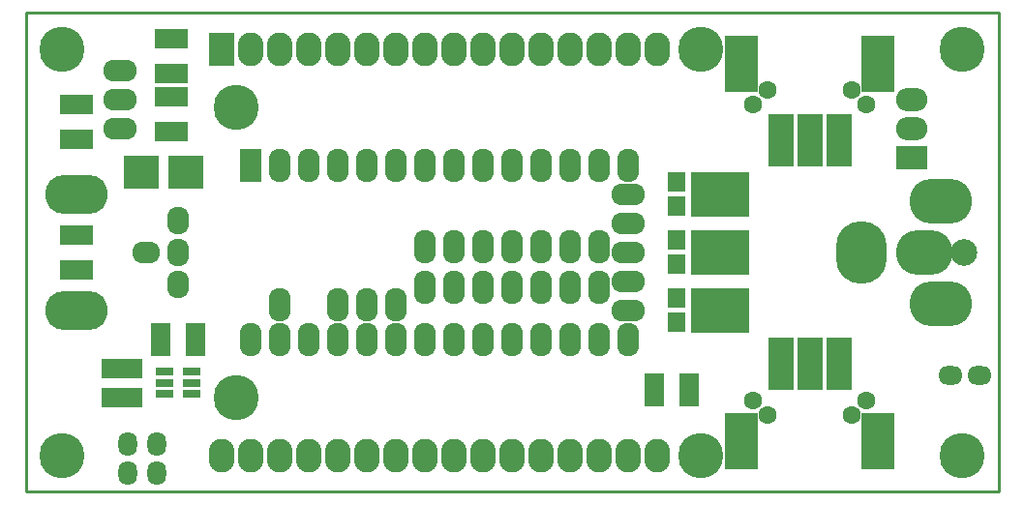
<source format=gbs>
G04 #@! TF.GenerationSoftware,KiCad,Pcbnew,5.0.0-rc2-dev-unknown-482fd86~64~ubuntu16.04.1*
G04 #@! TF.CreationDate,2018-04-24T12:51:52-04:00*
G04 #@! TF.ProjectId,modular_device_base_3x2,6D6F64756C61725F6465766963655F62,1.2*
G04 #@! TF.SameCoordinates,Original*
G04 #@! TF.FileFunction,Soldermask,Bot*
G04 #@! TF.FilePolarity,Negative*
%FSLAX46Y46*%
G04 Gerber Fmt 4.6, Leading zero omitted, Abs format (unit mm)*
G04 Created by KiCad (PCBNEW 5.0.0-rc2-dev-unknown-482fd86~64~ubuntu16.04.1) date Tue Apr 24 12:51:52 2018*
%MOMM*%
%LPD*%
G01*
G04 APERTURE LIST*
%ADD10C,0.228600*%
%ADD11R,3.575000X1.670000*%
%ADD12C,3.956000*%
%ADD13O,2.254200X2.940000*%
%ADD14R,2.254200X2.940000*%
%ADD15O,2.133600X1.625600*%
%ADD16O,1.625600X2.133600*%
%ADD17R,2.743200X2.057400*%
%ADD18O,2.743200X2.057400*%
%ADD19R,3.110000X2.900000*%
%ADD20R,2.940000X1.670000*%
%ADD21O,2.940000X1.924000*%
%ADD22C,1.600200*%
%ADD23R,1.924000X2.940000*%
%ADD24O,1.924000X2.940000*%
%ADD25O,5.480000X3.448000*%
%ADD26O,2.432000X1.924000*%
%ADD27O,1.924000X2.432000*%
%ADD28R,2.997200X5.029200*%
%ADD29R,2.178000X4.591000*%
%ADD30C,2.330400*%
%ADD31O,4.972000X3.956000*%
%ADD32O,4.464000X5.480000*%
%ADD33O,5.480000X3.956000*%
%ADD34R,1.670000X2.940000*%
%ADD35R,5.160000X4.000000*%
%ADD36R,1.640000X1.800000*%
%ADD37R,1.534160X0.762000*%
G04 APERTURE END LIST*
D10*
X144145000Y-78740000D02*
X59055000Y-78740000D01*
X144145000Y-120650000D02*
X144145000Y-78740000D01*
X59055000Y-120650000D02*
X144145000Y-120650000D01*
X59055000Y-78740000D02*
X59055000Y-120650000D01*
D11*
X67513200Y-112395000D03*
X67513200Y-109855000D03*
D12*
X118110000Y-81915000D03*
X118110000Y-117475000D03*
X77470000Y-112395000D03*
X77470000Y-86995000D03*
D13*
X76200000Y-117475000D03*
X78740000Y-117475000D03*
X81280000Y-117475000D03*
X83820000Y-117475000D03*
X86360000Y-117475000D03*
X88900000Y-117475000D03*
X91440000Y-117475000D03*
X93980000Y-117475000D03*
X96520000Y-117475000D03*
X99060000Y-117475000D03*
X101600000Y-117475000D03*
X104140000Y-117475000D03*
X106680000Y-117475000D03*
X109220000Y-117475000D03*
X111760000Y-117475000D03*
X114300000Y-117475000D03*
X114300000Y-81915000D03*
X111760000Y-81915000D03*
X109220000Y-81915000D03*
X106680000Y-81915000D03*
X104140000Y-81915000D03*
X101600000Y-81915000D03*
X99060000Y-81915000D03*
X96520000Y-81915000D03*
X93980000Y-81915000D03*
X91440000Y-81915000D03*
X88900000Y-81915000D03*
X86360000Y-81915000D03*
X83820000Y-81915000D03*
D14*
X76200000Y-81915000D03*
D13*
X81280000Y-81915000D03*
X78740000Y-81915000D03*
D15*
X139954000Y-110490000D03*
X142494000Y-110490000D03*
D16*
X67945000Y-116459000D03*
X67945000Y-118999000D03*
X70485000Y-116459000D03*
X70485000Y-118999000D03*
D17*
X136525000Y-91440000D03*
D18*
X136525000Y-86360000D03*
X136525000Y-88900000D03*
D19*
X73060000Y-92710000D03*
X69180000Y-92710000D03*
D20*
X71755000Y-81026000D03*
X71755000Y-84074000D03*
X63500000Y-89789000D03*
X63500000Y-86741000D03*
D21*
X67310000Y-86360000D03*
X67310000Y-88900000D03*
X67310000Y-83820000D03*
D22*
X131318000Y-113919000D03*
X123952000Y-113919000D03*
D20*
X63500000Y-98171000D03*
X63500000Y-101219000D03*
X71755000Y-89154000D03*
X71755000Y-86106000D03*
D12*
X62230000Y-81915000D03*
X62230000Y-117475000D03*
X140970000Y-81915000D03*
D23*
X78740000Y-92075000D03*
D24*
X81280000Y-92075000D03*
X83820000Y-92075000D03*
X86360000Y-92075000D03*
X88900000Y-92075000D03*
X91440000Y-92075000D03*
X93980000Y-92075000D03*
X96520000Y-92075000D03*
X99060000Y-92075000D03*
X101600000Y-92075000D03*
X104140000Y-92075000D03*
X106680000Y-92075000D03*
X109220000Y-92075000D03*
X111760000Y-92075000D03*
X111760000Y-107315000D03*
X109220000Y-107315000D03*
X106680000Y-107315000D03*
X104140000Y-107315000D03*
X101600000Y-107315000D03*
X99060000Y-107315000D03*
X96520000Y-107315000D03*
X93980000Y-107315000D03*
X91440000Y-107315000D03*
X88900000Y-107315000D03*
X86360000Y-107315000D03*
X83820000Y-107315000D03*
X81280000Y-107315000D03*
X78740000Y-107315000D03*
D21*
X111760000Y-104775000D03*
X111760000Y-102235000D03*
X111760000Y-99695000D03*
X111760000Y-97155000D03*
X111760000Y-94615000D03*
D24*
X81280000Y-104267000D03*
X86360000Y-104267000D03*
X88900000Y-104267000D03*
X91440000Y-104267000D03*
X93980000Y-102743000D03*
X93980000Y-99187000D03*
X96520000Y-102743000D03*
X96520000Y-99187000D03*
X99060000Y-99187000D03*
X101600000Y-99187000D03*
X104140000Y-99187000D03*
X106680000Y-99187000D03*
X109220000Y-99187000D03*
X99060000Y-102743000D03*
X101600000Y-102743000D03*
X104140000Y-102743000D03*
X106680000Y-102743000D03*
X109220000Y-102743000D03*
D25*
X63500000Y-104775000D03*
X63500000Y-94615000D03*
D26*
X69596000Y-99695000D03*
D27*
X72390000Y-99695000D03*
X72390000Y-96901000D03*
X72390000Y-102489000D03*
D28*
X121640600Y-83185000D03*
X133629400Y-83185000D03*
D22*
X122682000Y-86741000D03*
X132588000Y-86741000D03*
D29*
X125095000Y-89916000D03*
X127635000Y-89916000D03*
X130175000Y-89916000D03*
D22*
X123952000Y-85471000D03*
X131318000Y-85471000D03*
D29*
X125095000Y-109474000D03*
X127635000Y-109474000D03*
X130175000Y-109474000D03*
D22*
X122682000Y-112649000D03*
X132588000Y-112649000D03*
D28*
X121640600Y-116205000D03*
X133629400Y-116205000D03*
D30*
X141147800Y-99695000D03*
D31*
X137642600Y-99695000D03*
D32*
X132156200Y-99695000D03*
D33*
X139141200Y-104190800D03*
X139141200Y-95199200D03*
D12*
X140970000Y-117475000D03*
D34*
X73914000Y-107315000D03*
X70866000Y-107315000D03*
D35*
X119765000Y-94615000D03*
D36*
X115965000Y-93550000D03*
X115965000Y-95680000D03*
D35*
X119765000Y-99695000D03*
D36*
X115965000Y-98630000D03*
X115965000Y-100760000D03*
D35*
X119765000Y-104775000D03*
D36*
X115965000Y-103710000D03*
X115965000Y-105840000D03*
D37*
X73588880Y-110175040D03*
X73588880Y-111125000D03*
X73588880Y-112074960D03*
X71191120Y-112074960D03*
X71191120Y-111125000D03*
X71191120Y-110175040D03*
D34*
X114046000Y-111760000D03*
X117094000Y-111760000D03*
M02*

</source>
